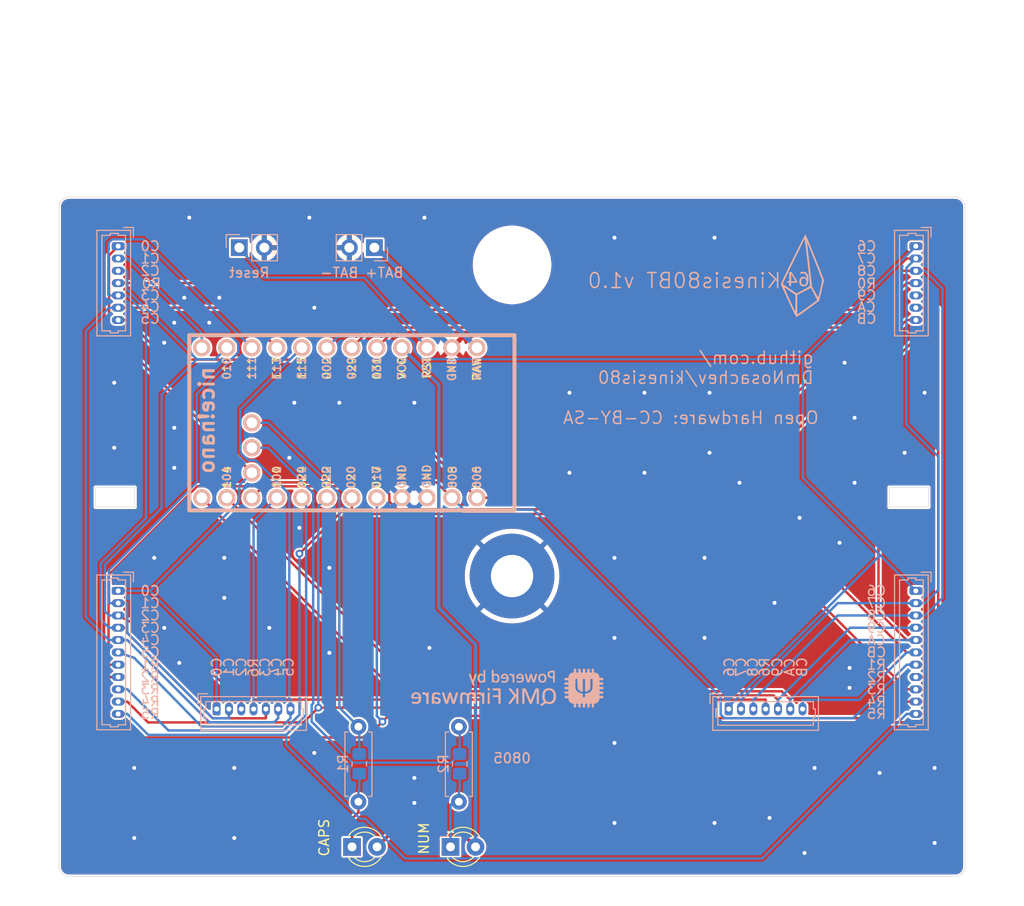
<source format=kicad_pcb>
(kicad_pcb (version 20211014) (generator pcbnew)
  (title_block (date "2020-06-30"))
  (layers (0 "F.Cu" signal) (31 "B.Cu" signal) (34 "B.Paste" user) (35 "F.Paste" user) (36 "B.SilkS" user "B.Silkscreen") (37 "F.SilkS" user "F.Silkscreen") (38 "B.Mask" user) (39 "F.Mask" user) (44 "Edge.Cuts" user))
  (net 0 "")
  (net 1 "GND")
  (net 2 "COL_5")
  (net 3 "COL_6")
  (net 4 "ROW_6")
  (net 5 "COL_0")
  (net 6 "ROW_4")
  (net 7 "ROW_1")
  (net 8 "COL_1")
  (net 9 "COL_2")
  (net 10 "COL_4")
  (net 11 "ROW_5")
  (net 12 "ROW_3")
  (net 13 "ROW_2")
  (net 14 "ROW_0")
  (net 15 "COL_3")
  (net 16 "LED_CAPS")
  (net 17 "LED_NUM")
  (net 18 "COL_B")
  (net 19 "COL_A")
  (net 20 "COL_9")
  (net 21 "COL_8")
  (net 22 "COL_7")
  (net 23 "3V3")
  (net 24 "LED_CAPS_R")
  (net 25 "LED_NUM_R")
  (net 26 "bat")
  (net 27 "rst")
  (footprint "MountingHole:MountingHole_6mm" (layer "F.Cu") (at 142 74.9)
    (fp_text reference "H2" hide)
    (fp_text value "mounting pad")
  )
  (footprint "MountingHole:MountingHole_4.3mm_M4_Pad" (layer "F.Cu") (at 142 106.5)
    (fp_text reference "H1" hide)
    (fp_text value "mounting pad" hide)
  )
  (footprint "LED_THT:LED_D3.0mm" (layer "F.Cu") (at 135.75 134)
    (fp_text reference "LED2" hide)
    (fp_text value "3mm")
  )
  (footprint "LED_THT:LED_D3.0mm" (layer "F.Cu") (at 125.75 134)
    (fp_text reference "LED1" hide)
    (fp_text value "3mm")
  )
  (footprint "Connector_Molex:Molex_PicoBlade_53047-0710_1x07_P1.25mm_Vertical" (layer "B.Cu") (at 102 73 -90)
    (fp_text reference "J1" hide)
    (fp_text value "Conn_01x07")
  )
  (footprint "Connector_Molex:Molex_PicoBlade_53047-0710_1x07_P1.25mm_Vertical" (layer "B.Cu") (at 183 73 -90)
    (fp_text reference "J2" hide)
    (fp_text value "Conn_01x07")
  )
  (footprint "Connector_Molex:Molex_PicoBlade_53047-1110_1x11_P1.25mm_Vertical" (layer "B.Cu") (at 102 108 -90)
    (fp_text reference "J3" hide)
    (fp_text value "Conn_01x11")
  )
  (footprint "Connector_Molex:Molex_PicoBlade_53047-1110_1x11_P1.25mm_Vertical" (layer "B.Cu") (at 183 108 -90)
    (fp_text reference "J4" hide)
    (fp_text value "Conn_01x11")
  )
  (footprint "Connector_Molex:Molex_PicoBlade_53047-0710_1x07_P1.25mm_Vertical" (layer "B.Cu") (at 164 120)
    (fp_text reference "J6" hide)
    (fp_text value "Conn_01x07")
  )
  (footprint "footprints:q64logo" (layer "B.Cu") (at 171.5 76 180)
    (fp_text reference "G1" hide)
    (fp_text value "LOGO" hide)
  )
  (footprint "footprints:qmk-small" (layer "B.Cu") (at 141.478 117.856 180)
    (fp_text reference "G2" hide)
    (fp_text value "LOGO" hide)
  )
  (footprint "Resistor_SMD:R_0805_2012Metric_Pad1.20x1.40mm_HandSolder" (layer "B.Cu") (at 126.483 125.57 -90)
    (fp_text reference "R1")
    (fp_text value "1k")
  )
  (footprint "Resistor_SMD:R_0805_2012Metric_Pad1.20x1.40mm_HandSolder" (layer "B.Cu") (at 136.683 125.57 -90)
    (fp_text reference "R2")
    (fp_text value "1k")
  )
  (footprint "Connector_Molex:Molex_PicoBlade_53047-0710_1x07_P1.25mm_Vertical" (layer "B.Cu") (at 112 120)
    (fp_text reference "J5" hide)
    (fp_text value "Conn_01x07")
  )
  (footprint "Resistor_THT:R_Axial_DIN0207_L6.3mm_D2.5mm_P7.62mm_Horizontal" (layer "B.Cu") (at 136.6 121.8 -90)
    (fp_text reference "R7" hide)
    (fp_text value "1k" hide)
  )
  (footprint "Resistor_THT:R_Axial_DIN0207_L6.3mm_D2.5mm_P7.62mm_Horizontal" (layer "B.Cu") (at 126.4 121.8 -90)
    (fp_text reference "R8" hide)
    (fp_text value "1k" hide)
  )
  (footprint "Connector_PinHeader_2.54mm:PinHeader_1x02_P2.54mm_Vertical" (layer "B.Cu") (at 128.016 73.152 90)
    (fp_text reference "J8" hide)
    (fp_text value "Conn_01x02")
  )
  (footprint "Connector_PinHeader_2.54mm:PinHeader_1x02_P2.54mm_Vertical" (layer "B.Cu") (at 114.3 73.152 -90)
    (fp_text reference "J9" hide)
    (fp_text value "Conn_01x02")
  )
  (footprint "nice-nano-kicad:nice_nano" (layer "B.Cu") (at 124.46 90.932 180)
    (fp_text reference "U1" hide)
    (fp_text value "nice_nano" hide)
  )
  (gr_line (start 96 136) (end 96 69) (layer "Edge.Cuts") (width 0.05))
  (gr_line (start 184.3 99.5) (end 182.3 99.5) (layer "Edge.Cuts") (width 0.05))
  (gr_line (start 99.7 99.5) (end 101.7 99.5) (layer "Edge.Cuts") (width 0.05))
  (gr_arc (start 187 68) (mid 187.707107 68.292893) (end 188 69) (layer "Edge.Cuts") (width 0.05))
  (gr_arc (start 188 136) (mid 187.707107 136.707107) (end 187 137) (layer "Edge.Cuts") (width 0.05))
  (gr_arc (start 97 137) (mid 96.292893 136.707107) (end 96 136) (layer "Edge.Cuts") (width 0.05))
  (gr_line (start 188 69) (end 188 136) (layer "Edge.Cuts") (width 0.05))
  (gr_arc (start 96 69) (mid 96.292893 68.292893) (end 97 68) (layer "Edge.Cuts") (width 0.05))
  (gr_line (start 182.3 99.5) (end 180.3 99.5) (layer "Edge.Cuts") (width 0.05))
  (gr_line (start 180.3 99.5) (end 180.3 97.5) (layer "Edge.Cuts") (width 0.05))
  (gr_line (start 103.7 99.5) (end 103.7 97.5) (layer "Edge.Cuts") (width 0.05))
  (gr_line (start 97 68) (end 187 68) (layer "Edge.Cuts") (width 0.05))
  (gr_line (start 103.7 97.5) (end 99.7 97.5) (layer "Edge.Cuts") (width 0.05))
  (gr_line (start 184.3 97.5) (end 184.3 99.5) (layer "Edge.Cuts") (width 0.05))
  (gr_line (start 99.7 97.5) (end 99.7 99.5) (layer "Edge.Cuts") (width 0.05))
  (gr_line (start 101.7 99.5) (end 103.7 99.5) (layer "Edge.Cuts") (width 0.05))
  (gr_line (start 180.3 97.5) (end 184.3 97.5) (layer "Edge.Cuts") (width 0.05))
  (gr_line (start 187 137) (end 97 137) (layer "Edge.Cuts") (width 0.05))
  (gr_text "Open Hardware: CC-BY-SA" (at 173.228 90.424) (layer "B.SilkS") (effects (font (size 1.25 1.25)) (justify left mirror)))
  (gr_text "C1" (at 105.25 74.25) (layer "B.SilkS") (effects (font (size 1 1)) (justify mirror)))
  (gr_text "C2" (at 105.25 75.5) (layer "B.SilkS") (effects (font (size 1 1)) (justify mirror)))
  (gr_text "C3" (at 105.25 77.985872) (layer "B.SilkS") (effects (font (size 1 1)) (justify mirror)))
  (gr_text "C5" (at 105.25 80.36712) (layer "B.SilkS") (effects (font (size 1 1)) (justify mirror)))
  (gr_text "C4" (at 105.25 79.176496) (layer "B.SilkS") (effects (font (size 1 1)) (justify mirror)))
  (gr_text "R0" (at 105.370224 76.795248) (layer "B.SilkS") (effects (font (size 1 1)) (justify mirror)))
  (gr_text "C9" (at 178 77.985872) (layer "B.SilkS") (effects (font (size 1 1)) (justify mirror)))
  (gr_text "C6" (at 178 73) (layer "B.SilkS") (effects (font (size 1 1)) (justify mirror)))
  (gr_text "CB" (at 178 80.36712) (layer "B.SilkS") (effects (font (size 1 1)) (justify mirror)))
  (gr_text "R0" (at 177.998288 76.795248) (layer "B.SilkS") (effects (font (size 1 1)) (justify mirror)))
  (gr_text "C8" (at 178 75.5) (layer "B.SilkS") (effects (font (size 1 1)) (justify mirror)))
  (gr_text "CA" (at 178 79.176496) (layer "B.SilkS") (effects (font (size 1 1)) (justify mirror)))
  (gr_text "C7" (at 178 74.25) (layer "B.SilkS") (effects (font (size 1 1)) (justify mirror)))
  (gr_text "C8" (at 179 110.5) (layer "B.SilkS") (effects (font (size 1 1)) (justify mirror)))
  (gr_text "C7" (at 179 109.25) (layer "B.SilkS") (effects (font (size 1 1)) (justify mirror)))
  (gr_text "C6" (at 179 108) (layer "B.SilkS") (effects (font (size 1 1)) (justify mirror)))
  (gr_text "C9" (at 179 111.75) (layer "B.SilkS") (effects (font (size 1 1)) (justify mirror)))
  (gr_text "CB" (at 179 114.25) (layer "B.SilkS") (effects (font (size 1 1)) (justify mirror)))
  (gr_text "CA" (at 179 113) (layer "B.SilkS") (effects (font (size 1 1)) (justify mirror)))
  (gr_text "R4" (at 179 119.25) (layer "B.SilkS") (effects (font (size 1 1)) (justify mirror)))
  (gr_text "R5" (at 179 120.5) (layer "B.SilkS") (effects (font (size 1 1)) (justify mirror)))
  (gr_text "R3" (at 179 118) (layer "B.SilkS") (effects (font (size 1 1)) (justify mirror)))
  (gr_text "R1" (at 179 115.5) (layer "B.SilkS") (effects (font (size 1 1)) (justify mirror)))
  (gr_text "R2" (at 179 116.75) (layer "B.SilkS") (effects (font (size 1 1)) (justify mirror)))
  (gr_text "C3" (at 105.25 111.75) (layer "B.SilkS") (effects (font (size 1 1)) (justify mirror)))
  (gr_text "C0" (at 105.25 108) (layer "B.SilkS") (effects (font (size 1 1)) (justify mirror)))
  (gr_text "C5" (at 105.25 114.25) (layer "B.SilkS") (effects (font (size 1 1)) (justify mirror)))
  (gr_text "R1" (at 105.25 115.5) (layer "B.SilkS") (effects (font (size 1 1)) (justify mirror)))
  (gr_text "C2" (at 105.25 110.5) (layer "B.SilkS") (effects (font (size 1 1)) (justify mirror)))
  (gr_text "C4" (at 105.25 113) (layer "B.SilkS") (effects (font (size 1 1)) (justify mirror)))
  (gr_text "C1" (at 105.25 109.25) (layer "B.SilkS") (effects (font (size 1 1)) (justify mirror)))
  (gr_text "R2" (at 105.25 116.75) (layer "B.SilkS") (effects (font (size 1 1)) (justify mirror)))
  (gr_text "R4" (at 105.25 119.25) (layer "B.SilkS") (effects (font (size 1 1)) (justify mirror)))
  (gr_text "R5" (at 105.25 120.5) (layer "B.SilkS") (effects (font (size 1 1)) (justify mirror)))
  (gr_text "R3" (at 105.25 118) (layer "B.SilkS") (effects (font (size 1 1)) (justify mirror)))
  (gr_text "C3" (at 116.918656 115.75 90) (layer "B.SilkS") (effects (font (size 1 1)) (justify mirror)))
  (gr_text "C0" (at 112 115.75 90) (layer "B.SilkS") (effects (font (size 1 1)) (justify mirror)))
  (gr_text "C5" (at 119.299904 115.75 90) (layer "B.SilkS") (effects (font (size 1 1)) (justify mirror)))
  (gr_text "R6" (at 115.728032 115.801456 90) (layer "B.SilkS") (effects (font (size 1 1)) (justify mirror)))
  (gr_text "C2" (at 114.5 115.75 90) (layer "B.SilkS") (effects (font (size 1 1)) (justify mirror)))
  (gr_text "C4" (at 118.10928 115.75 90) (layer "B.SilkS") (effects (font (size 1 1)) (justify mirror)))
  (gr_text "C1" (at 113.25 115.75 90) (layer "B.SilkS") (effects (font (size 1 1)) (justify mirror)))
  (gr_text "R6" (at 167.64048 115.75 90) (layer "B.SilkS") (effects (font (size 1 1)) (justify mirror)))
  (gr_text "CA" (at 170.190624 115.75 90) (layer "B.SilkS") (effects (font (size 1 1)) (justify mirror)))
  (gr_text "CB" (at 171.440624 115.75 90) (layer "B.SilkS") (effects (font (size 1 1)) (justify mirror)))
  (gr_text "C9" (at 168.940624 115.75 90) (layer "B.SilkS") (effects (font (size 1 1)) (justify mirror)))
  (gr_text "C7" (at 165.259232 115.75 90) (layer "B.SilkS") (effects (font (size 1 1)) (justify mirror)))
  (gr_text "C8" (at 166.449856 115.75 90) (layer "B.SilkS") (effects (font (size 1 1)) (justify mirror)))
  (gr_text "C6" (at 164.068608 115.75 90) (layer "B.SilkS") (effects (font (size 1 1)) (justify mirror)))
  (gr_text "BAT+" (at 129.032 75.692) (layer "B.SilkS") (effects (font (size 1 1)) (justify mirror)))
  (gr_text "C0" (at 105.25 73) (layer "B.SilkS") (effects (font (size 1 1)) (justify mirror)))
  (gr_text "github.com/\nDmNosachev/kinesis80" (at 172.72 85.344) (layer "B.SilkS") (effects (font (size 1.254 1.254)) (justify left mirror)))
  (gr_text "0805" (at 142 125) (layer "B.SilkS") (effects (font (size 1 1)) (justify mirror)))
  (gr_text "BAT-" (at 124.46 75.692) (layer "B.SilkS") (effects (font (size 1 1)) (justify mirror)))
  (gr_text "Kinesis80BT v1.0" (at 159.5 76.5) (layer "B.SilkS") (effects (font (size 1.524 1.524)) (justify mirror)))
  (gr_text "Reset" (at 115.316 75.692) (layer "B.SilkS") (effects (font (size 1 1)) (justify mirror)))
  (gr_text "CAPS" (at 123.5 135.066 90) (layer "F.SilkS") (effects (font (size 1 1)) (justify left bottom)))
  (gr_text "NUM" (at 133.632 134.866 90) (layer "F.SilkS") (effects (font (size 1 1)) (justify left bottom)))
  (via (at 171.704 134.62) (size 0.8) (drill 0.4) (layers "F.Cu" "B.Cu") (net 1))
  (via (at 184.912 133.604) (size 0.8) (drill 0.4) (layers "F.Cu" "B.Cu") (net 1))
  (via (at 107.696 91.44) (size 0.8) (drill 0.4) (layers "F.Cu" "B.Cu") (net 1))
  (via (at 162.052 93.98) (size 0.8) (drill 0.4) (layers "F.Cu" "B.Cu") (net 1))
  (via (at 162.56 72.136) (size 0.8) (drill 0.4) (layers "F.Cu" "B.Cu") (net 1))
  (via (at 162.052 87.884) (size 0.8) (drill 0.4) (layers "F.Cu" "B.Cu") (net 1))
  (via (at 101.6 86.868) (size 0.8) (drill 0.4) (layers "F.Cu" "B.Cu") (net 1))
  (via (at 107.696 95.504) (size 0.8) (drill 0.4) (layers "F.Cu" "B.Cu") (net 1))
  (via (at 175.26 103.124) (size 0.8) (drill 0.4) (layers "F.Cu" "B.Cu") (net 1))
  (via (at 184.912 125.984) (size 0.8) (drill 0.4) (layers "F.Cu" "B.Cu") (net 1))
  (via (at 107.696 80.772) (size 0.8) (drill 0.4) (layers "F.Cu" "B.Cu") (net 1))
  (via (at 175.768 84.836) (size 0.8) (drill 0.4) (layers "F.Cu" "B.Cu") (net 1))
  (via (at 152.4 72.136) (size 0.8) (drill 0.4) (layers "F.Cu" "B.Cu") (net 1))
  (via (at 113.792 125.984) (size 0.8) (drill 0.4) (layers "F.Cu" "B.Cu") (net 1))
  (via (at 123.444 114.3) (size 0.8) (drill 0.4) (layers "F.Cu" "B.Cu") (net 1))
  (via (at 165.1 97.028) (size 0.8) (drill 0.4) (layers "F.Cu" "B.Cu") (net 1))
  (via (at 132.08 88.9) (size 0.8) (drill 0.4) (layers "F.Cu" "B.Cu") (net 1))
  (via (at 132.08 129.54) (size 0.8) (drill 0.4) (layers "F.Cu" "B.Cu") (net 1))
  (via (at 152.4 112.776) (size 0.8) (drill 0.4) (layers "F.Cu" "B.Cu") (net 1))
  (via (at 121.412 70.104) (size 0.8) (drill 0.4) (layers "F.Cu" "B.Cu") (net 1))
  (via (at 103.632 133.096) (size 0.8) (drill 0.4) (layers "F.Cu" "B.Cu") (net 1))
  (via (at 176.276 115.824) (size 0.8) (drill 0.4) (layers "F.Cu" "B.Cu") (net 1))
  (via (at 112.268 78.232) (size 0.8) (drill 0.4) (layers "F.Cu" "B.Cu") (net 1))
  (via (at 117.348 111.76) (size 0.8) (drill 0.4) (layers "F.Cu" "B.Cu") (net 1))
  (via (at 152.4 123.444) (size 0.8) (drill 0.4) (layers "F.Cu" "B.Cu") (net 1))
  (via (at 172.72 125.984) (size 0.8) (drill 0.4) (layers "F.Cu" "B.Cu") (net 1))
  (via (at 112.776 104.648) (size 0.8) (drill 0.4) (layers "F.Cu" "B.Cu") (net 1))
  (via (at 111.252 80.772) (size 0.8) (drill 0.4) (layers "F.Cu" "B.Cu") (net 1))
  (via (at 152.4 131.572) (size 0.8) (drill 0.4) (layers "F.Cu" "B.Cu") (net 1))
  (via (at 109.22 70.104) (size 0.8) (drill 0.4) (layers "F.Cu" "B.Cu") (net 1))
  (via (at 155.448 96.012) (size 0.8) (drill 0.4) (layers "F.Cu" "B.Cu") (net 1))
  (via (at 161.544 104.648) (size 0.8) (drill 0.4) (layers "F.Cu" "B.Cu") (net 1))
  (via (at 120.396 101.6) (size 0.8) (drill 0.4) (layers "F.Cu" "B.Cu") (net 1))
  (via (at 168.148 131.064) (size 0.8) (drill 0.4) (layers "F.Cu" "B.Cu") (net 1))
  (via (at 181.864 93.98) (size 0.8) (drill 0.4) (layers "F.Cu" "B.Cu") (net 1))
  (via (at 123.444 105.664) (size 0.8) (drill 0.4) (layers "F.Cu" "B.Cu") (net 1))
  (via (at 133.096 70.104) (size 0.8) (drill 0.4) (layers "F.Cu" "B.Cu") (net 1))
  (via (at 176.784 97.028) (size 0.8) (drill 0.4) (layers "F.Cu" "B.Cu") (net 1))
  (via (at 168.656 109.22) (size 0.8) (drill 0.4) (layers "F.Cu" "B.Cu") (net 1))
  (via (at 108.204 115.316) (size 0.8) (drill 0.4) (layers "F.Cu" "B.Cu") (net 1))
  (via (at 161.544 112.776) (size 0.8) (drill 0.4) (layers "F.Cu" "B.Cu") (net 1))
  (via (at 113.792 133.096) (size 0.8) (drill 0.4) (layers "F.Cu" "B.Cu") (net 1))
  (via (at 119.888 88.9) (size 0.8) (drill 0.4) (layers "F.Cu" "B.Cu") (net 1))
  (via (at 152.4 104.648) (size 0.8) (drill 0.4) (layers "F.Cu" "B.Cu") (net 1))
  (via (at 176.276 117.856) (size 0.8) (drill 0.4) (layers "F.Cu" "B.Cu") (net 1))
  (via (at 171.196 100.584) (size 0.8) (drill 0.4) (layers "F.Cu" "B.Cu") (net 1))
  (via (at 155.448 87.884) (size 0.8) (drill 0.4) (layers "F.Cu" "B.Cu") (net 1))
  (via (at 183.896 87.884) (size 0.8) (drill 0.4) (layers "F.Cu" "B.Cu") (net 1))
  (via (at 179.324 126.492) (size 0.8) (drill 0.4) (layers "F.Cu" "B.Cu") (net 1))
  (via (at 124.46 88.9) (size 0.8) (drill 0.4) (layers "F.Cu" "B.Cu") (net 1))
  (via (at 121.92 124.46) (size 0.8) (drill 0.4) (layers "F.Cu" "B.Cu") (net 1))
  (via (at 108.712 78.232) (size 0.8) (drill 0.4) (layers "F.Cu" "B.Cu") (net 1))
  (via (at 132.08 127) (size 0.8) (drill 0.4) (layers "F.Cu" "B.Cu") (net 1))
  (via (at 147.828 87.884) (size 0.8) (drill 0.4) (layers "F.Cu" "B.Cu") (net 1))
  (via (at 176.784 90.424) (size 0.8) (drill 0.4) (layers "F.Cu" "B.Cu") (net 1))
  (via (at 112.776 108.712) (size 0.8) (drill 0.4) (layers "F.Cu" "B.Cu") (net 1))
  (via (at 162.56 131.572) (size 0.8) (drill 0.4) (layers "F.Cu" "B.Cu") (net 1))
  (via (at 133.604 113.792) (size 0.8) (drill 0.4) (layers "F.Cu" "B.Cu") (net 1))
  (via (at 121.92 79.248) (size 0.8) (drill 0.4) (layers "F.Cu" "B.Cu") (net 1))
  (via (at 105.664 104.648) (size 0.8) (drill 0.4) (layers "F.Cu" "B.Cu") (net 1))
  (via (at 103.632 125.984) (size 0.8) (drill 0.4) (layers "F.Cu" "B.Cu") (net 1))
  (via (at 147.828 96.012) (size 0.8) (drill 0.4) (layers "F.Cu" "B.Cu") (net 1))
  (via (at 106.68 82.804) (size 0.8) (drill 0.4) (layers "F.Cu" "B.Cu") (net 1))
  (via (at 106.68 111.76) (size 0.8) (drill 0.4) (layers "F.Cu" "B.Cu") (net 1))
  (via (at 119.38 94.488) (size 0.8) (drill 0.4) (layers "F.Cu" "B.Cu") (net 1))
  (via (at 101.6 93.472) (size 0.8) (drill 0.4) (layers "F.Cu" "B.Cu") (net 1))
  (segment (start 120.65 83.312) (end 119.4435 84.5185) (width 0.25) (layer "F.Cu") (net 2))
  (segment (start 102 80.5) (end 102.9277 80.5) (width 0.25) (layer "F.Cu") (net 2))
  (segment (start 119.4435 84.5185) (end 106.9462 84.5185) (width 0.25) (layer "F.Cu") (net 2))
  (segment (start 106.9462 84.5185) (end 102.9277 80.5) (width 0.25) (layer "F.Cu") (net 2))
  (segment (start 110.4462 121.7685) (end 103.632 114.808) (width 0.25) (layer "B.Cu") (net 2))
  (segment (start 119.5 120.9277) (end 118.6592 121.7685) (width 0.25) (layer "B.Cu") (net 2))
  (segment (start 103.632 114.808) (end 102 114.25) (width 0.25) (layer "B.Cu") (net 2))
  (segment (start 114.41 93.9668) (end 114.41 89.552) (width 0.25) (layer "B.Cu") (net 2))
  (segment (start 118.6592 121.7685) (end 110.4462 121.7685) (width 0.25) (layer "B.Cu") (net 2))
  (segment (start 119.5 120) (end 119.5 120.9277) (width 0.25) (layer "B.Cu") (net 2))
  (segment (start 119.5 119.0723) (end 119.38 118.9523) (width 0.25) (layer "B.Cu") (net 2))
  (segment (start 115.9547 94.742) (end 115.1852 94.742) (width 0.25) (layer "B.Cu") (net 2))
  (segment (start 115.1852 94.742) (end 114.41 93.9668) (width 0.25) (layer "B.Cu") (net 2))
  (segment (start 114.41 89.552) (end 120.65 83.312) (width 0.25) (layer "B.Cu") (net 2))
  (segment (start 119.5 119.9812) (end 119.5 120) (width 0.25) (layer "B.Cu") (net 2))
  (segment (start 119.38 98.1673) (end 115.9547 94.742) (width 0.25) (layer "B.Cu") (net 2))
  (segment (start 119.38 118.9523) (end 119.38 98.1673) (width 0.25) (layer "B.Cu") (net 2))
  (segment (start 119.5 119.9812) (end 119.5 119.0723) (width 0.25) (layer "B.Cu") (net 2))
  (segment (start 171.5296 84.4704) (end 171.5296 96.5296) (width 0.25) (layer "B.Cu") (net 3))
  (segment (start 132.08 82.8656) (end 132.08 83.6894) (width 0.25) (layer "B.Cu") (net 3))
  (segment (start 179.3755 104.3754) (end 183 108) (width 0.25) (layer "B.Cu") (net 3))
  (segment (start 164 119.7509) (end 164 120) (width 0.25) (layer "B.Cu") (net 3))
  (segment (start 132.861 84.4704) (end 171.5296 84.4704) (width 0.25) (layer "B.Cu") (net 3))
  (segment (start 179.3755 104.3754) (end 164 119.7509) (width 0.25) (layer "B.Cu") (net 3))
  (segment (start 131.3675 82.1531) (end 132.08 82.8656) (width 0.25) (layer "B.Cu") (net 3))
  (segment (start 171.5296 96.5296) (end 179.3755 104.3754) (width 0.25) (layer "B.Cu") (net 3))
  (segment (start 132.08 83.6894) (end 132.861 84.4704) (width 0.25) (layer "B.Cu") (net 3))
  (segment (start 124.3489 82.1531) (end 131.3675 82.1531) (width 0.25) (layer "B.Cu") (net 3))
  (segment (start 123.19 83.312) (end 124.3489 82.1531) (width 0.25) (layer "B.Cu") (net 3))
  (segment (start 171.5296 84.4704) (end 183 73) (width 0.25) (layer "B.Cu") (net 3))
  (segment (start 167.75 119.0723) (end 167.7196 119.0419) (width 0.25) (layer "F.Cu") (net 4))
  (segment (start 115.75 120) (end 115.75 119.0723) (width 0.25) (layer "F.Cu") (net 4))
  (segment (start 115.7804 119.0419) (end 115.75 119.0723) (width 0.25) (layer "F.Cu") (net 4))
  (segment (start 167.7196 119.0419) (end 115.7804 119.0419) (width 0.25) (layer "F.Cu") (net 4))
  (segment (start 167.75 120) (end 167.75 119.0723) (width 0.25) (layer "F.Cu") (net 4))
  (segment (start 118.11 98.552) (end 115.75 100.912) (width 0.25) (layer "B.Cu") (net 4))
  (segment (start 115.75 100.912) (end 115.75 120) (width 0.25) (layer "B.Cu") (net 4))
  (segment (start 101.0636 81.5056) (end 101.0636 73.9364) (width 0.25) (layer "F.Cu") (net 5))
  (segment (start 115.57 96.012) (end 101.0636 81.5056) (width 0.25) (layer "F.Cu") (net 5))
  (segment (start 101.0636 73.9364) (end 102 73) (width 0.25) (layer "F.Cu") (net 5))
  (segment (start 114.3 97.282) (end 115.57 96.012) (width 0.25) (layer "B.Cu") (net 5))
  (segment (start 114.3 98.9207) (end 114.3 97.282) (width 0.25) (layer "B.Cu") (net 5))
  (segment (start 112 120) (end 112 114.7793) (width 0.25) (layer "B.Cu") (net 5))
  (segment (start 105.2207 108) (end 102 108) (width 0.25) (layer "B.Cu") (net 5))
  (segment (start 105.2207 108) (end 114.3 98.9207) (width 0.25) (layer "B.Cu") (net 5))
  (segment (start 112 114.7793) (end 105.2207 108) (width 0.25) (layer "B.Cu") (net 5))
  (segment (start 122.3267 119.8624) (end 120.8279 121.3612) (width 0.25) (layer "F.Cu") (net 6))
  (segment (start 145.5652 119.8624) (end 122.3267 119.8624) (width 0.25) (layer "F.Cu") (net 6))
  (segment (start 180.393 120.9293) (end 146.6321 120.9293) (width 0.25) (layer "F.Cu") (net 6))
  (segment (start 105.0389 121.3612) (end 102.9277 119.25) (width 0.25) (layer "F.Cu") (net 6))
  (segment (start 183 119.25) (end 182.0723 119.25) (width 0.25) (layer "F.Cu") (net 6))
  (segment (start 146.6321 120.9293) (end 145.5652 119.8624) (width 0.25) (layer "F.Cu") (net 6))
  (segment (start 120.8279 121.3612) (end 105.0389 121.3612) (width 0.25) (layer "F.Cu") (net 6))
  (segment (start 182.0723 119.25) (end 180.393 120.9293) (width 0.25) (layer "F.Cu") (net 6))
  (segment (start 102 119.25) (end 102.9277 119.25) (width 0.25) (layer "F.Cu") (net 6))
  (via (at 122.3267 119.8624) (size 0.8) (drill 0.4) (layers "F.Cu" "B.Cu") (net 6))
  (segment (start 123.19 98.552) (end 122.3267 99.4153) (width 0.25) (layer "B.Cu") (net 6))
  (segment (start 122.3267 99.4153) (end 122.3267 119.8624) (width 0.25) (layer "B.Cu") (net 6))
  (segment (start 135.89 98.552) (end 134.3232 96.9852) (width 0.25) (layer "F.Cu") (net 7))
  (segment (start 116.1767 97.3756) (end 110.0325 97.3756) (width 0.25) (layer "F.Cu") (net 7))
  (segment (start 110.0325 97.3756) (end 101.0219 106.3862) (width 0.25) (layer "F.Cu") (net 7))
  (segment (start 102 115.5) (end 101.0723 115.5) (width 0.25) (layer "F.Cu") (net 7))
  (segment (start 101.0219 106.3862) (end 101.0219 115.4496) (width 0.25) (layer "F.Cu") (net 7))
  (segment (start 134.3232 96.9852) (end 116.5671 96.9852) (width 0.25) (layer "F.Cu") (net 7))
  (segment (start 101.0219 115.4496) (end 101.0723 115.5) (width 0.25) (layer "F.Cu") (net 7))
  (segment (start 116.5671 96.9852) (end 116.1767 97.3756) (width 0.25) (layer "F.Cu") (net 7))
  (segment (start 137.0942 99.7562) (end 144.1757 99.7562) (width 0.25) (layer "B.Cu") (net 7))
  (segment (start 176.636 120.9363) (end 182.0723 115.5) (width 0.25) (layer "B.Cu") (net 7))
  (segment (start 163.1873 118.7678) (end 163.1873 120.5584) (width 0.25) (layer "B.Cu") (net 7))
  (segment (start 163.1873 120.5584) (end 163.5652 120.9363) (width 0.25) (layer "B.Cu") (net 7))
  (segment (start 135.89 98.552) (end 137.0942 99.7562) (width 0.25) (layer "B.Cu") (net 7))
  (segment (start 144.1757 99.7562) (end 163.1873 118.7678) (width 0.25) (layer "B.Cu") (net 7))
  (segment (start 183 115.5) (end 182.0723 115.5) (width 0.25) (layer "B.Cu") (net 7))
  (segment (start 163.5652 120.9363) (end 176.636 120.9363) (width 0.25) (layer "B.Cu") (net 7))
  (segment (start 101.0699 105.8907) (end 101.0699 109.2476) (width 0.25) (layer "B.Cu") (net 8))
  (segment (start 110.49 83.312) (end 110.49 82.1255) (width 0.25) (layer "B.Cu") (net 8))
  (segment (start 109.9824 87.9997) (end 109.9824 96.9782) (width 0.25) (layer "B.Cu") (net 8))
  (segment (start 102 109.25) (end 101.0723 109.25) (width 0.25) (layer "B.Cu") (net 8))
  (segment (start 110.49 81.8123) (end 102.9277 74.25) (width 0.25) (layer "B.Cu") (net 8))
  (segment (start 109.9824 96.9782) (end 101.0699 105.8907) (width 0.25) (layer "B.Cu") (net 8))
  (segment (start 110.49 82.1255) (end 110.49 81.8123) (width 0.25) (layer "B.Cu") (net 8))
  (segment (start 102.9277 112.2685) (end 111.604 120.9448) (width 0.25) (layer "B.Cu") (net 8))
  (segment (start 111.604 120.9448) (end 113.2329 120.9448) (width 0.25) (layer "B.Cu") (net 8))
  (segment (start 113.2329 120.9448) (end 113.25 120.9277) (width 0.25) (layer "B.Cu") (net 8))
  (segment (start 102.9277 109.25) (end 102.9277 112.2685) (width 0.25) (layer "B.Cu") (net 8))
  (segment (start 114.1905 83.7916) (end 109.9824 87.9997) (width 0.25) (layer "B.Cu") (net 8))
  (segment (start 114.1905 82.8367) (end 114.1905 83.7916) (width 0.25) (layer "B.Cu") (net 8))
  (segment (start 102 74.25) (end 102.9277 74.25) (width 0.25) (layer "B.Cu") (net 8))
  (segment (start 110.49 82.1255) (end 113.4793 82.1255) (width 0.25) (layer "B.Cu") (net 8))
  (segment (start 101.0699 109.2476) (end 101.0723 109.25) (width 0.25) (layer "B.Cu") (net 8))
  (segment (start 102 109.25) (end 102.9277 109.25) (width 0.25) (layer "B.Cu") (net 8))
  (segment (start 113.4793 82.1255) (end 114.1905 82.8367) (width 0.25) (layer "B.Cu") (net 8))
  (segment (start 113.25 120) (end 113.25 120.9277) (width 0.25) (layer "B.Cu") (net 8))
  (segment (start 102 110.5) (end 109.22 114.3) (width 0.25) (layer "F.Cu") (net 9))
  (segment (start 109.22 114.3) (end 114.5 119.0723) (width 0.25) (layer "F.Cu") (net 9))
  (segment (start 114.5 119.0723) (end 114.5 120) (width 0.25) (layer "F.Cu") (net 9))
  (segment (start 100.6617 105.339) (end 100.6617 110.0894) (width 0.25) (layer "B.Cu") (net 9))
  (segment (start 106.4156 99.5851) (end 100.6617 105.339) (width 0.25) (layer "B.Cu") (net 9))
  (segment (start 113.03 83.312) (end 111.857 84.485) (width 0.25) (layer "B.Cu") (net 9))
  (segment (start 109.9824 84.485) (end 102.9277 77.4303) (width 0.25) (layer "B.Cu") (net 9))
  (segment (start 102 110.5) (end 101.0723 110.5) (width 0.25) (layer "B.Cu") (net 9))
  (segment (start 102.9277 77.4303) (end 102.9277 75.5) (width 0.25) (layer "B.Cu") (net 9))
  (segment (start 109.9824 84.485) (end 106.4156 88.0518) (width 0.25) (layer "B.Cu") (net 9))
  (segment (start 106.4156 88.0518) (end 106.4156 99.5851) (width 0.25) (layer "B.Cu") (net 9))
  (segment (start 111.857 84.485) (end 109.9824 84.485) (width 0.25) (layer "B.Cu") (net 9))
  (segment (start 100.6617 110.0894) (end 101.0723 110.5) (width 0.25) (layer "B.Cu") (net 9))
  (segment (start 102 75.5) (end 102.9277 75.5) (width 0.25) (layer "B.Cu") (net 9))
  (segment (start 114.048 79.25) (end 102 79.25) (width 0.25) (layer "F.Cu") (net 10))
  (segment (start 118.11 83.312) (end 114.048 79.25) (width 0.25) (layer "F.Cu") (net 10))
  (segment (start 102.9277 113) (end 111.2753 121.3476) (width 0.25) (layer "B.Cu") (net 10))
  (segment (start 102 79.25) (end 101.0723 79.25) (width 0.25) (layer "B.Cu") (net 10))
  (segment (start 118.25 120) (end 118.25 120.9277) (width 0.25) (layer "B.Cu") (net 10))
  (segment (start 102 113) (end 102.9277 113) (width 0.25) (layer "B.Cu") (net 10))
  (segment (start 98.7186 110.6463) (end 101.0723 113) (width 0.25) (layer "B.Cu") (net 10))
  (segment (start 111.2753 121.3476) (end 117.8301 121.3476) (width 0.25) (layer "B.Cu") (net 10))
  (segment (start 101.0723 79.25) (end 98.7186 81.6037) (width 0.25) (layer "B.Cu") (net 10))
  (segment (start 117.8301 121.3476) (end 118.25 120.9277) (width 0.25) (layer "B.Cu") (net 10))
  (segment (start 102 113) (end 101.0723 113) (width 0.25) (layer "B.Cu") (net 10))
  (segment (start 98.7186 81.6037) (end 98.7186 110.6463) (width 0.25) (layer "B.Cu") (net 10))
  (segment (start 126.555 131.1402) (end 119.069 123.6542) (width 0.25) (layer "B.Cu") (net 11))
  (segment (start 121.0894 120.6098) (end 121.0894 98.9914) (width 0.25) (layer "B.Cu") (net 11))
  (segment (start 121.0894 98.9914) (end 120.65 98.552) (width 0.25) (layer "B.Cu") (net 11))
  (segment (start 182.0723 120.5) (end 167.3945 135.1778) (width 0.25) (layer "B.Cu") (net 11))
  (segment (start 105.0579 122.6302) (end 102.9277 120.5) (width 0.25) (layer "B.Cu") (net 11))
  (segment (start 119.069 122.6302) (end 105.0579 122.6302) (width 0.25) (layer "B.Cu") (net 11))
  (segment (start 119.069 122.6302) (end 121.0894 120.6098) (width 0.25) (layer "B.Cu") (net 11))
  (segment (start 102 120.5) (end 102.9277 120.5) (width 0.25) (layer "B.Cu") (net 11))
  (segment (start 131.1333 135.1778) (end 127.0957 131.1402) (width 0.25) (layer "B.Cu") (net 11))
  (segment (start 127.0957 131.1402) (end 126.555 131.1402) (width 0.25) (layer "B.Cu") (net 11))
  (segment (start 119.069 123.6542) (end 119.069 122.6302) (width 0.25) (layer "B.Cu") (net 11))
  (segment (start 183 120.5) (end 182.0723 120.5) (width 0.25) (layer "B.Cu") (net 11))
  (segment (start 167.3945 135.1778) (end 131.1333 135.1778) (width 0.25) (layer "B.Cu") (net 11))
  (segment (start 164.2656 100.1933) (end 126.0744 100.1933) (width 0.25) (layer "F.Cu") (net 12))
  (segment (start 126.0744 100.1933) (end 125.73 99.8489) (width 0.25) (layer "F.Cu") (net 12))
  (segment (start 125.73 99.8489) (end 124.7817 99.8489) (width 0.25) (layer "F.Cu") (net 12))
  (segment (start 183 118) (end 182.0723 118) (width 0.25) (layer "F.Cu") (net 12))
  (segment (start 125.73 99.8489) (end 125.73 98.552) (width 0.25) (layer "F.Cu") (net 12))
  (segment (start 124.7817 99.8489) (end 120.4117 104.2189) (width 0.25) (layer "F.Cu") (net 12))
  (segment (start 182.0723 118) (end 164.2656 100.1933) (width 0.25) (layer "F.Cu") (net 12))
  (via (at 120.4117 104.2189) (size 0.8) (drill 0.4) (layers "F.Cu" "B.Cu") (net 12))
  (segment (start 120.4117 120.5875) (end 118.823 122.1762) (width 0.25) (layer "B.Cu") (net 12))
  (segment (start 118.823 122.1762) (end 107.1039 122.1762) (width 0.25) (layer "B.Cu") (net 12))
  (segment (start 120.4117 104.2189) (end 120.4117 120.5875) (width 0.25) (layer "B.Cu") (net 12))
  (segment (start 107.1039 122.1762) (end 102.9277 118) (width 0.25) (layer "B.Cu") (net 12))
  (segment (start 102 118) (end 102.9277 118) (width 0.25) (layer "B.Cu") (net 12))
  (segment (start 101.0723 116.75) (end 101.0723 120.8243) (width 0.25) (layer "F.Cu") (net 13))
  (segment (start 139.488 121.3523) (end 183.3818 121.3523) (width 0.25) (layer "F.Cu") (net 13))
  (segment (start 128.8377 121.2845) (end 129.421 120.7012) (width 0.25) (layer "F.Cu") (net 13))
  (segment (start 138.8369 120.7012) (end 139.488 121.3523) (width 0.25) (layer "F.Cu") (net 13))
  (segment (start 103.1432 122.8952) (end 127.227 122.8952) (width 0.25) (layer "F.Cu") (net 13))
  (segment (start 183.3818 121.3523) (end 183.9277 120.8064) (width 0.25) (layer "F.Cu") (net 13))
  (segment (start 183 116.75) (end 183.9277 116.75) (width 0.25) (layer "F.Cu") (net 13))
  (segment (start 183.9277 120.8064) (end 183.9277 116.75) (width 0.25) (layer "F.Cu") (net 13))
  (segment (start 102 116.75) (end 101.0723 116.75) (width 0.25) (layer "F.Cu") (net 13))
  (segment (start 127.227 122.8952) (end 128.8377 121.2845) (width 0.25) (layer "F.Cu") (net 13))
  (segment (start 101.0723 120.8243) (end 103.1432 122.8952) (width 0.25) (layer "F.Cu") (net 13))
  (segment (start 129.421 120.7012) (end 138.8369 120.7012) (width 0.25) (layer "F.Cu") (net 13))
  (via (at 128.8377 121.2845) (size 0.8) (drill 0.4) (layers "F.Cu" "B.Cu") (net 13))
  (segment (start 128.27 98.552) (end 128.27 120.7168) (width 0.25) (layer "B.Cu") (net 13))
  (segment (start 128.27 120.7168) (end 128.8377 121.2845) (width 0.25) (layer "B.Cu") (net 13))
  (segment (start 124.755 84.877) (end 123.095 84.877) (width 0.25) (layer "F.Cu") (net 14))
  (segment (start 121.92 83.702) (end 121.92 82.8949) (width 0.25) (layer "F.Cu") (net 14))
  (segment (start 123.095 84.877) (end 121.92 83.702) (width 0.25) (layer "F.Cu") (net 14))
  (segment (start 183 76.75) (end 182.0723 76.75) (width 0.25) (layer "F.Cu") (net 14))
  (segment (start 138.43 98.552) (end 124.755 84.877) (width 0.25) (layer "F.Cu") (net 14))
  (segment (start 182.0723 76.75) (end 160.2703 98.552) (width 0.25) (layer "F.Cu") (net 14))
  (segment (start 115.7751 76.75) (end 102 76.75) (width 0.25) (layer "F.Cu") (net 14))
  (segment (start 121.92 82.8949) (end 115.7751 76.75) (width 0.25) (layer "F.Cu") (net 14))
  (segment (start 160.2703 98.552) (end 138.43 98.552) (width 0.25) (layer "F.Cu") (net 14))
  (segment (start 102 111.75) (end 102.9277 111.75) (width 0.25) (layer "F.Cu") (net 15))
  (segment (start 117 120.9277) (end 116.9843 120.9434) (width 0.25) (layer "F.Cu") (net 15))
  (segment (start 116.9843 120.9434) (end 111.5976 120.9434) (width 0.25) (layer "F.Cu") (net 15))
  (segment (start 117 120) (end 117 120.9277) (width 0.25) (layer "F.Cu") (net 15))
  (segment (start 102.9277 112.2735) (end 102.9277 111.75) (width 0.25) (layer "F.Cu") (net 15))
  (segment (start 111.5976 120.9434) (end 102.9277 112.2735) (width 0.25) (layer "F.Cu") (net 15))
  (segment (start 100.2367 105.1942) (end 100.2367 110.9144) (width 0.25) (layer "B.Cu") (net 15))
  (segment (start 102.9277 78) (end 104.8357 79.908) (width 0.25) (layer "B.Cu") (net 15))
  (segment (start 104.8357 100.5952) (end 100.2367 105.1942) (width 0.25) (layer "B.Cu") (net 15))
  (segment (start 104.8357 79.908) (end 104.8357 100.5952) (width 0.25) (layer "B.Cu") (net 15))
  (segment (start 115.57 83.312) (end 104.5565 72.2985) (width 0.25) (layer "B.Cu") (net 15))
  (segment (start 101.3739 72.2985) (end 100.9999 72.6725) (width 0.25) (layer "B.Cu") (net 15))
  (segment (start 101.5362 78) (end 101.0723 78) (width 0.25) (layer "B.Cu") (net 15))
  (segment (start 102 78) (end 102.9277 78) (width 0.25) (layer "B.Cu") (net 15))
  (segment (start 102 111.75) (end 101.0723 111.75) (width 0.25) (layer "B.Cu") (net 15))
  (segment (start 100.9999 77.9276) (end 101.0723 78) (width 0.25) (layer "B.Cu") (net 15))
  (segment (start 100.9999 72.6725) (end 100.9999 77.9276) (width 0.25) (layer "B.Cu") (net 15))
  (segment (start 100.2367 110.9144) (end 101.0723 111.75) (width 0.25) (layer "B.Cu") (net 15))
  (segment (start 101.5362 78) (end 102 78) (width 0.25) (layer "B.Cu") (net 15))
  (segment (start 104.5565 72.2985) (end 101.3739 72.2985) (width 0.25) (layer "B.Cu") (net 15))
  (segment (start 124.46 98.1598) (end 124.46 119.86) (width 0.25) (layer "B.Cu") (net 16))
  (segment (start 124.46 119.86) (end 126.4 121.8) (width 0.25) (layer "B.Cu") (net 16))
  (segment (start 115.57 90.932) (end 117.2322 90.932) (width 0.25) (layer "B.Cu") (net 16))
  (segment (start 117.2322 90.932) (end 124.46 98.1598) (width 0.25) (layer "B.Cu") (net 16))
  (segment (start 126.483 121.883) (end 126.483 124.57) (width 0.25) (layer "B.Cu") (net 16))
  (segment (start 126.4 121.8) (end 126.483 121.883) (width 0.25) (layer "B.Cu") (net 16))
  (segment (start 115.57 93.472) (end 117.2066 93.472) (width 0.25) (layer "B.Cu") (net 17))
  (segment (start 121.8048 119.4259) (end 121.649 119.5817) (width 0.25) (layer "B.Cu") (net 17))
  (segment (start 136.6 121.8) (end 136.683 121.883) (width 0.25) (layer "B.Cu") (net 17))
  (segment (start 136.683 121.883) (end 136.683 124.57) (width 0.25) (layer "B.Cu") (net 17))
  (segment (start 125.8131 125.4489) (end 135.8041 125.4489) (width 0.25) (layer "B.Cu") (net 17))
  (segment (start 121.649 121.2848) (end 125.8131 125.4489) (width 0.25) (layer "B.Cu") (net 17))
  (segment (start 117.2066 93.472) (end 121.8048 98.0702) (width 0.25) (layer "B.Cu") (net 17))
  (segment (start 121.649 119.5817) (end 121.649 121.2848) (width 0.25) (layer "B.Cu") (net 17))
  (segment (start 135.8041 125.4489) (end 136.683 124.57) (width 0.25) (layer "B.Cu") (net 17))
  (segment (start 121.8048 98.0702) (end 121.8048 119.4259) (width 0.25) (layer "B.Cu") (net 17))
  (segment (start 116.734 97.388) (end 128.7424 97.388) (width 0.25) (layer "F.Cu") (net 18))
  (segment (start 128.7424 97.388) (end 129.54 98.1856) (width 0.25) (layer "F.Cu") (net 18))
  (segment (start 115.57 98.552) (end 116.734 97.388) (width 0.25) (layer "F.Cu") (net 18))
  (segment (start 129.54 98.1856) (end 129.54 98.9459) (width 0.25) (layer "F.Cu") (net 18))
  (segment (start 183 80.5) (end 182.0723 80.5) (width 0.25) (layer "F.Cu") (net 18))
  (segment (start 167.5916 94.9807) (end 182.0723 80.5) (width 0.25) (layer "F.Cu") (net 18))
  (segment (start 130.3119 99.7178) (end 167.5916 99.7178) (width 0.25) (layer "F.Cu") (net 18))
  (segment (start 182.0723 114.25) (end 167.5916 99.7693) (width 0.25) (layer "F.Cu") (net 18))
  (segment (start 129.54 98.9459) (end 130.3119 99.7178) (width 0.25) (layer "F.Cu") (net 18))
  (segment (start 167.5916 99.7693) (end 167.5916 99.7178) (width 0.25) (layer "F.Cu") (net 18))
  (segment (start 183 114.25) (end 182.0723 114.25) (width 0.25) (layer "F.Cu") (net 18))
  (segment (start 167.5916 99.7178) (end 167.5916 94.9807) (width 0.25) (layer "F.Cu") (net 18))
  (segment (start 171.5 120) (end 171.5 119.0723) (width 0.25) (layer "B.Cu") (net 18))
  (segment (start 183 114.25) (end 182.0723 114.25) (width 0.25) (layer "B.Cu") (net 18))
  (segment (start 177.25 119.0723) (end 182.0723 114.25) (width 0.25) (layer "B.Cu") (net 18))
  (segment (start 171.5 119.0723) (end 177.25 119.0723) (width 0.25) (layer "B.Cu") (net 18))
  (segment (start 183 79.25) (end 183.9277 79.25) (width 0.25) (layer "F.Cu") (net 19))
  (segment (start 132.6777 118.1997) (end 169.3774 118.1997) (width 0.25) (layer "F.Cu") (net 19))
  (segment (start 183 113) (end 182.0723 113) (width 0.25) (layer "F.Cu") (net 19))
  (segment (start 179.2117 86.168) (end 183.9277 81.452) (width 0.25) (layer "F.Cu") (net 19))
  (segment (start 170.25 120) (end 170.25 119.0723) (width 0.25) (layer "F.Cu") (net 19))
  (segment (start 183.9277 81.452) (end 183.9277 79.25) (width 0.25) (layer "F.Cu") (net 19))
  (segment (start 179.2117 110.1394) (end 179.2117 86.168) (width 0.25) (layer "F.Cu") (net 19))
  (segment (start 113.03 98.552) (end 132.6777 118.1997) (width 0.25) (layer "F.Cu") (net 19))
  (segment (start 182.0723 113) (end 179.2117 110.1394) (width 0.25) (layer "F.Cu") (net 19))
  (segment (start 169.3774 118.1997) (end 170.25 119.0723) (width 0.25) (layer "F.Cu") (net 19))
  (segment (start 176.3223 113) (end 183 113) (width 0.25) (layer "B.Cu") (net 19))
  (segment (start 170.25 119.0723) (end 176.3223 113) (width 0.25) (layer "B.Cu") (net 19))
  (segment (start 170.25 120) (end 170.25 119.0723) (width 0.25) (layer "B.Cu") (net 19))
  (segment (start 130.5588 118.6208) (end 168.5485 118.6208) (width 0.25) (layer "F.Cu") (net 20))
  (segment (start 183.9277 111.75) (end 185.2783 110.3994) (width 0.25) (layer "F.Cu") (net 20))
  (segment (start 169 120) (end 169 119.0723) (width 0.25) (layer "F.Cu") (net 20))
  (segment (start 168.5485 118.6208) (end 169 119.0723) (width 0.25) (layer "F.Cu") (net 20))
  (segment (start 183 111.75) (end 183.9277 111.75) (width 0.25) (layer "F.Cu") (net 20))
  (segment (start 185.2783 79.3506) (end 183.9277 78) (width 0.25) (layer "F.Cu") (net 20))
  (segment (start 183 78) (end 183.9277 78) (width 0.25) (layer "F.Cu") (net 20))
  (segment (start 185.2783 110.3994) (end 185.2783 79.3506) (width 0.25) (layer "F.Cu") (net 20))
  (segment (start 110.49 98.552) (end 130.5588 118.6208) (width 0.25) (layer "F.Cu") (net 20))
  (segment (start 169 119.0723) (end 176.3223 111.75) (width 0.25) (layer "B.Cu") (net 20))
  (segment (start 176.3223 111.75) (end 183 111.75) (width 0.25) (layer "B.Cu") (net 20))
  (segment (start 169 120) (end 169 119.0723) (width 0.25) (layer "B.Cu") (net 20))
  (segment (start 128.27 83.312) (end 130.3187 81.2633) (width 0.25) (layer "F.Cu") (net 21))
  (segment (start 130.3187 81.2633) (end 175.8325 81.2633) (width 0.25) (layer "F.Cu") (net 21))
  (segment (start 181.5958 75.5) (end 183 75.5) (width 0.25) (layer "F.Cu") (net 21))
  (segment (start 175.8325 81.2633) (end 181.5958 75.5) (width 0.25) (layer "F.Cu") (net 21))
  (segment (start 175.0723 110.5) (end 183 110.5) (width 0.25) (layer "B.Cu") (net 21))
  (segment (start 183 110.5) (end 183.9277 110.5) (width 0.25) (layer "B.Cu") (net 21))
  (segment (start 185.7059 108.7218) (end 183.9277 110.5) (width 0.25) (layer "B.Cu") (net 21))
  (segment (start 183.9277 75.5) (end 185.7059 77.2782) (width 0.25) (layer "B.Cu") (net 21))
  (segment (start 183 75.5) (end 183.9277 75.5) (width 0.25) (layer "B.Cu") (net 21))
  (segment (start 185.7059 77.2782) (end 185.7059 108.7218) (width 0.25) (layer "B.Cu") (net 21))
  (segment (start 166.5 119.0723) (end 175.0723 110.5) (width 0.25) (layer "B.Cu") (net 21))
  (segment (start 166.5 120) (end 166.5 119.0723) (width 0.25) (layer "B.Cu") (net 21))
  (segment (start 176.8597 79.4626) (end 182.0723 74.25) (width 0.25) (layer "F.Cu") (net 22))
  (segment (start 129.5794 79.4626) (end 176.8597 79.4626) (width 0.25) (layer "F.Cu") (net 22))
  (segment (start 183 74.25) (end 182.0723 74.25) (width 0.25) (layer "F.Cu") (net 22))
  (segment (start 125.73 83.312) (end 129.5794 79.4626) (width 0.25) (layer "F.Cu") (net 22))
  (segment (start 182.0513 75.1987) (end 182.0513 91.1272) (width 0.25) (layer "B.Cu") (net 22))
  (segment (start 183 109.25) (end 183.9277 109.25) (width 0.25) (layer "B.Cu") (net 22))
  (segment (start 165.25 119.0723) (end 175.0723 109.25) (width 0.25) (layer "B.Cu") (net 22))
  (segment (start 183 74.25) (end 182.0513 75.1987) (width 0.25) (layer "B.Cu") (net 22))
  (segment (start 185.3012 107.8765) (end 183.9277 109.25) (width 0.25) (layer "B.Cu") (net 22))
  (segment (start 182.0513 91.1272) (end 185.3012 94.3771) (width 0.25) (layer "B.Cu") (net 22))
  (segment (start 175.0723 109.25) (end 183 109.25) (width 0.25) (layer "B.Cu") (net 22))
  (segment (start 185.3012 94.3771) (end 185.3012 107.8765) (width 0.25) (layer "B.Cu") (net 22))
  (segment (start 165.25 120) (end 165.25 119.0723) (width 0.25) (layer "B.Cu") (net 22))
  (segment (start 129.5178 132.7722) (end 128.29 134) (width 0.35) (layer "F.Cu") (net 23))
  (segment (start 138.29 134) (end 137.0622 132.7722) (width 0.35) (layer "F.Cu") (net 23))
  (segment (start 137.0622 132.7722) (end 129.5178 132.7722) (width 0.35) (layer "F.Cu") (net 23))
  (segment (start 130.81 83.312) (end 134.5609 87.0629) (width 0.35) (layer "B.Cu") (net 23))
  (segment (start 138.29 113.4528) (end 138.29 134) (width 0.35) (layer "B.Cu") (net 23))
  (segment (start 134.5609 87.0629) (end 134.5609 109.7237) (width 0.35) (layer "B.Cu") (net 23))
  (segment (start 134.5609 109.7237) (end 138.29 113.4528) (width 0.35) (layer "B.Cu") (net 23))
  (segment (start 126.4 129.42) (end 126.4 130.4977) (width 0.25) (layer "F.Cu") (net 24))
  (segment (start 125.75 131.1477) (end 125.75 134) (width 0.25) (layer "F.Cu") (net 24))
  (segment (start 126.4 130.4977) (end 125.75 131.1477) (width 0.25) (layer "F.Cu") (net 24))
  (segment (start 126.4 129.42) (end 126.4 128.3423) (width 0.25) (layer "B.Cu") (net 24))
  (segment (start 126.4 128.3423) (end 126.483 128.2593) (width 0.25) (layer "B.Cu") (net 24))
  (segment (start 126.483 128.2593) (end 126.483 126.57) (width 0.25) (layer "B.Cu") (net 24))
  (segment (start 135.75 129.7311) (end 135.75 134) (width 0.25) (layer "B.Cu") (net 25))
  (segment (start 136.6 129.42) (end 136.6 128.8811) (width 0.25) (layer "B.Cu") (net 25))
  (segment (start 136.6 128.8811) (end 136.6 128.3423) (width 0.25) (layer "B.Cu") (net 25))
  (segment (start 136.6 128.3423) (end 136.683 128.2593) (width 0.25) (layer "B.Cu") (net 25))
  (segment (start 136.683 128.2593) (end 136.683 126.57) (width 0.25) (layer "B.Cu") (net 25))
  (segment (start 136.6 128.8811) (end 135.75 129.7311) (width 0.25) (layer "B.Cu") (net 25))
  (segment (start 138.43 83.312) (end 128.27 73.152) (width 0.508) (layer "B.Cu") (net 26))
  (segment (start 128.27 73.152) (end 128.016 73.152) (width 0.508) (layer "B.Cu") (net 26))
  (segment (start 127 76.2) (end 116.84 76.2) (width 0.25) (layer "B.Cu") (net 27))
  (segment (start 116.84 76.2) (end 114.3 73.152) (width 0.25) (layer "B.Cu") (net 27))
  (segment (start 133.35 83.312) (end 127 76.2) (width 0.25) (layer "B.Cu") (net 27))
  (zone (net 1) (net_name "GND") (layer "F.Cu") (connect_pads (clearance 0.2)) (min_thickness 0.254) (fill yes (thermal_gap 0.508) (thermal_bridge_width 0.508))
    (polygon (pts (xy 194 140) (xy 90 140) (xy 90 48) (xy 194 48)))
  )
  (zone (net 1) (net_name "GND") (layer "B.Cu") (connect_pads (clearance 0.2)) (min_thickness 0.254) (fill yes (thermal_gap 0.508) (thermal_bridge_width 0.508))
    (polygon (pts (xy 194 140) (xy 90 140) (xy 90 48) (xy 194 48)))
  )
)
</source>
